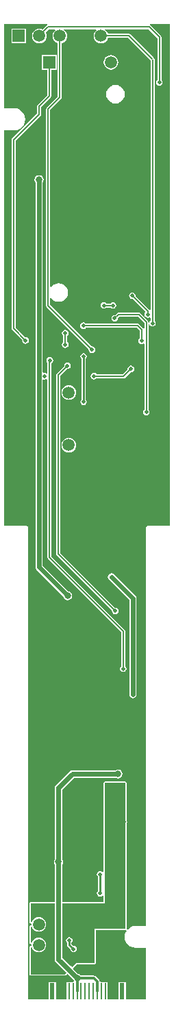
<source format=gbl>
%FSLAX25Y25*%
%MOIN*%
G70*
G01*
G75*
G04 Layer_Physical_Order=2*
G04 Layer_Color=16711680*
%ADD10R,0.03150X0.03543*%
%ADD11R,0.03150X0.03543*%
%ADD12R,0.03150X0.03937*%
%ADD13C,0.05906*%
%ADD14R,0.05118X0.15748*%
%ADD15R,0.03150X0.02559*%
%ADD16R,0.00787X0.02362*%
%ADD17R,0.00787X0.03150*%
%ADD18R,0.02362X0.00787*%
%ADD19R,0.03150X0.00787*%
%ADD20R,0.05118X0.05118*%
%ADD21R,0.05906X0.03937*%
%ADD22R,0.05906X0.12992*%
%ADD23R,0.01063X0.07874*%
%ADD24R,0.02362X0.07874*%
%ADD25R,0.02165X0.02559*%
%ADD26R,0.01575X0.03937*%
%ADD27R,0.02362X0.02756*%
%ADD28R,0.03937X0.01575*%
%ADD29R,0.01181X0.07874*%
%ADD30O,0.01181X0.07874*%
%ADD31R,0.02559X0.02165*%
%ADD32R,0.03543X0.03150*%
%ADD33R,0.03543X0.03150*%
%ADD34R,0.07874X0.10000*%
%ADD35R,0.02756X0.02362*%
%ADD36R,0.03937X0.03150*%
%ADD37C,0.00787*%
%ADD38C,0.01000*%
%ADD39C,0.01181*%
%ADD40C,0.02362*%
%ADD41C,0.03150*%
%ADD42C,0.01575*%
%ADD43R,0.05906X0.05906*%
%ADD44C,0.01969*%
%ADD45C,0.03150*%
G36*
X59963Y-370037D02*
X60000Y-370127D01*
Y-388292D01*
Y-389814D01*
Y-440998D01*
X59935D01*
X59873Y-441024D01*
X44961D01*
Y-441663D01*
X44961Y-441663D01*
X44961D01*
Y-457393D01*
X44923Y-457482D01*
X44833Y-457520D01*
X36102D01*
Y-457559D01*
X35954Y-457707D01*
X34197Y-459464D01*
X33197Y-458964D01*
X29287Y-455053D01*
Y-428504D01*
X50000D01*
Y-370127D01*
X50037Y-370037D01*
X50127Y-370000D01*
X59873D01*
X59963Y-370037D01*
D02*
G37*
G36*
X25674Y-455801D02*
X25811Y-456493D01*
X26203Y-457079D01*
X31393Y-462268D01*
X31143Y-462519D01*
X30680Y-462981D01*
X30463Y-463071D01*
X14104D01*
X14014Y-463034D01*
X13976Y-462944D01*
Y-450246D01*
X14378Y-449949D01*
X14562Y-450004D01*
X14795Y-450567D01*
X15363Y-451307D01*
X16103Y-451875D01*
X16965Y-452232D01*
X17890Y-452354D01*
X18815Y-452232D01*
X19677Y-451875D01*
X20417Y-451307D01*
X20985Y-450567D01*
X21342Y-449705D01*
X21464Y-448780D01*
X21342Y-447855D01*
X20985Y-446993D01*
X20417Y-446253D01*
X19677Y-445685D01*
X18815Y-445328D01*
X17890Y-445206D01*
X16965Y-445328D01*
X16103Y-445685D01*
X15363Y-446253D01*
X14795Y-446993D01*
X14562Y-447556D01*
X14378Y-447611D01*
X13976Y-447314D01*
Y-440246D01*
X14378Y-439949D01*
X14562Y-440004D01*
X14795Y-440567D01*
X15363Y-441307D01*
X16103Y-441875D01*
X16965Y-442232D01*
X17890Y-442354D01*
X18815Y-442232D01*
X19677Y-441875D01*
X20417Y-441307D01*
X20985Y-440567D01*
X21342Y-439705D01*
X21464Y-438780D01*
X21342Y-437855D01*
X20985Y-436993D01*
X20417Y-436253D01*
X19677Y-435685D01*
X18815Y-435328D01*
X17890Y-435206D01*
X16965Y-435328D01*
X16103Y-435685D01*
X15363Y-436253D01*
X14795Y-436993D01*
X14562Y-437556D01*
X14378Y-437611D01*
X13976Y-437314D01*
Y-428631D01*
X14014Y-428541D01*
X14104Y-428504D01*
X25674D01*
Y-455801D01*
D02*
G37*
G36*
X81674Y-245060D02*
X70866D01*
X70482Y-245136D01*
X70157Y-245354D01*
X69939Y-245679D01*
X69863Y-246063D01*
Y-439548D01*
X64961D01*
Y-439521D01*
X63573Y-439704D01*
X62280Y-440239D01*
X61170Y-441091D01*
X61113Y-441166D01*
X60639Y-441005D01*
Y-389814D01*
X60737Y-389668D01*
X60859Y-389053D01*
X60737Y-388439D01*
X60639Y-388292D01*
Y-370000D01*
X60452Y-369548D01*
X60000Y-369361D01*
X50000D01*
X49548Y-369548D01*
X49361Y-370000D01*
Y-413233D01*
X48882Y-413378D01*
X48812Y-413274D01*
X48292Y-412926D01*
X47677Y-412804D01*
X47063Y-412926D01*
X46542Y-413274D01*
X46194Y-413795D01*
X46071Y-414409D01*
X46194Y-415024D01*
X46542Y-415545D01*
X46565Y-415560D01*
Y-422471D01*
X46542Y-422487D01*
X46194Y-423008D01*
X46071Y-423622D01*
X46194Y-424236D01*
X46542Y-424757D01*
X47063Y-425105D01*
X47677Y-425228D01*
X48292Y-425105D01*
X48812Y-424757D01*
X48882Y-424653D01*
X49361Y-424798D01*
Y-427865D01*
X29287D01*
Y-409580D01*
X29520Y-409231D01*
X29688Y-408386D01*
X29520Y-407541D01*
X29287Y-407192D01*
Y-373110D01*
X34961Y-367436D01*
X55223D01*
X55572Y-367670D01*
X56417Y-367838D01*
X57262Y-367670D01*
X57978Y-367191D01*
X58457Y-366475D01*
X58625Y-365630D01*
X58457Y-364785D01*
X57978Y-364069D01*
X57262Y-363590D01*
X56417Y-363422D01*
X55572Y-363590D01*
X55223Y-363824D01*
X34213D01*
X33521Y-363961D01*
X32935Y-364353D01*
X26203Y-371085D01*
X25811Y-371671D01*
X25674Y-372362D01*
X25674Y-372362D01*
X25674D01*
X25674Y-372362D01*
X25674D01*
Y-407192D01*
X25441Y-407541D01*
X25273Y-408386D01*
X25441Y-409231D01*
X25674Y-409580D01*
Y-427865D01*
X13976D01*
X13524Y-428052D01*
X13337Y-428504D01*
Y-437688D01*
X13408Y-437860D01*
X13445Y-438043D01*
X13499Y-438079D01*
X13524Y-438140D01*
X13697Y-438211D01*
X13852Y-438315D01*
X14342Y-438412D01*
X14362Y-438431D01*
X14316Y-438780D01*
X14362Y-439129D01*
X14342Y-439148D01*
X13852Y-439245D01*
X13697Y-439349D01*
X13524Y-439420D01*
X13499Y-439481D01*
X13445Y-439517D01*
X13408Y-439700D01*
X13337Y-439872D01*
Y-447688D01*
X13408Y-447860D01*
X13445Y-448043D01*
X13499Y-448079D01*
X13524Y-448140D01*
X13697Y-448211D01*
X13852Y-448315D01*
X14342Y-448412D01*
X14362Y-448431D01*
X14316Y-448780D01*
X14362Y-449129D01*
X14342Y-449148D01*
X13852Y-449245D01*
X13697Y-449349D01*
X13524Y-449420D01*
X13499Y-449481D01*
X13445Y-449517D01*
X13408Y-449700D01*
X13337Y-449872D01*
Y-463071D01*
X13524Y-463523D01*
X13976Y-463710D01*
X30591D01*
X31043Y-463523D01*
X31595Y-462971D01*
X32095Y-462970D01*
X34439Y-465315D01*
X34521Y-465727D01*
X34952Y-466371D01*
X34716Y-466812D01*
X31450D01*
Y-475375D01*
X26194D01*
Y-466812D01*
X22650D01*
Y-475375D01*
X12815D01*
Y-246063D01*
X12738Y-245679D01*
X12521Y-245354D01*
X12195Y-245136D01*
X11811Y-245060D01*
X1003D01*
Y-52578D01*
X5906D01*
Y-52605D01*
X7293Y-52422D01*
X8586Y-51887D01*
X9696Y-51035D01*
X10548Y-49924D01*
X11084Y-48632D01*
X11266Y-47244D01*
X11084Y-45857D01*
X10548Y-44564D01*
X9696Y-43453D01*
X8586Y-42601D01*
X7293Y-42066D01*
X5906Y-41883D01*
Y-41910D01*
X1003D01*
Y-1003D01*
X21868D01*
X22013Y-1482D01*
X21699Y-1692D01*
X19818Y-3572D01*
X19035Y-3248D01*
X18110Y-3126D01*
X17185Y-3248D01*
X16323Y-3605D01*
X15583Y-4173D01*
X15015Y-4913D01*
X14658Y-5775D01*
X14536Y-6700D01*
X14658Y-7625D01*
X15015Y-8487D01*
X15583Y-9227D01*
X16323Y-9795D01*
X17185Y-10152D01*
X18110Y-10274D01*
X19035Y-10152D01*
X19897Y-9795D01*
X20637Y-9227D01*
X21205Y-8487D01*
X21562Y-7625D01*
X21684Y-6700D01*
X21562Y-5775D01*
X21238Y-4992D01*
X22824Y-3405D01*
X25806D01*
X25967Y-3879D01*
X25583Y-4173D01*
X25015Y-4913D01*
X24658Y-5775D01*
X24536Y-6700D01*
X24658Y-7625D01*
X25015Y-8487D01*
X25583Y-9227D01*
X26323Y-9795D01*
X27106Y-10120D01*
Y-36081D01*
X21731Y-41456D01*
X21514Y-41781D01*
X21437Y-42165D01*
Y-137992D01*
X21437Y-137992D01*
X21437D01*
X21514Y-138376D01*
X21731Y-138702D01*
X42165Y-159136D01*
X42134Y-159291D01*
X42257Y-159906D01*
X42605Y-160427D01*
X43126Y-160775D01*
X43740Y-160897D01*
X44355Y-160775D01*
X44875Y-160427D01*
X45224Y-159906D01*
X45346Y-159291D01*
X45224Y-158677D01*
X44875Y-158156D01*
X44355Y-157808D01*
X43740Y-157686D01*
X43585Y-157717D01*
X23445Y-137576D01*
Y-134349D01*
X23918Y-134188D01*
X24330Y-134725D01*
X25276Y-135451D01*
X26377Y-135907D01*
X27559Y-136063D01*
X28741Y-135907D01*
X29842Y-135451D01*
X30788Y-134725D01*
X31514Y-133779D01*
X31970Y-132678D01*
X32126Y-131496D01*
X31970Y-130314D01*
X31514Y-129213D01*
X30788Y-128267D01*
X29842Y-127541D01*
X28741Y-127085D01*
X27559Y-126929D01*
X26377Y-127085D01*
X25276Y-127541D01*
X24330Y-128267D01*
X23918Y-128804D01*
X23445Y-128643D01*
Y-42581D01*
X28820Y-37206D01*
X29037Y-36880D01*
X29050Y-36817D01*
X29114Y-36496D01*
Y-10120D01*
X29897Y-9795D01*
X30637Y-9227D01*
X31205Y-8487D01*
X31562Y-7625D01*
X31684Y-6700D01*
X31562Y-5775D01*
X31205Y-4913D01*
X30637Y-4173D01*
X29897Y-3605D01*
X29937Y-3405D01*
X45806D01*
X45967Y-3879D01*
X45583Y-4173D01*
X45015Y-4913D01*
X44658Y-5775D01*
X44536Y-6700D01*
X44658Y-7625D01*
X45015Y-8487D01*
X45583Y-9227D01*
X46323Y-9795D01*
X47185Y-10152D01*
X48110Y-10274D01*
X49035Y-10152D01*
X49897Y-9795D01*
X50637Y-9227D01*
X51205Y-8487D01*
X51530Y-7704D01*
X61358D01*
X72185Y-18531D01*
Y-139854D01*
X71707Y-139999D01*
X71654Y-139920D01*
X64921Y-133187D01*
X64952Y-133031D01*
X64830Y-132417D01*
X64482Y-131896D01*
X63961Y-131548D01*
X63346Y-131426D01*
X62732Y-131548D01*
X62211Y-131896D01*
X61863Y-132417D01*
X61741Y-133031D01*
X61863Y-133646D01*
X62211Y-134167D01*
X62732Y-134515D01*
X63346Y-134637D01*
X63502Y-134606D01*
X69823Y-140928D01*
X69810Y-141069D01*
X69462Y-141590D01*
X69339Y-142205D01*
X69462Y-142819D01*
X69810Y-143340D01*
X70330Y-143688D01*
X70945Y-143810D01*
X71559Y-143688D01*
X71745Y-143564D01*
X72185Y-143800D01*
Y-145233D01*
X72054Y-145321D01*
X71706Y-145842D01*
X71659Y-146078D01*
X71161Y-146029D01*
Y-145866D01*
X71085Y-145482D01*
X71012Y-145374D01*
X70867Y-145157D01*
X67284Y-141574D01*
X66959Y-141356D01*
X66575Y-141280D01*
X56539D01*
X56156Y-141356D01*
X55830Y-141574D01*
X54961Y-142443D01*
X54805Y-142412D01*
X54191Y-142534D01*
X53670Y-142882D01*
X53322Y-143403D01*
X53199Y-144018D01*
X53322Y-144632D01*
X53670Y-145153D01*
X54191Y-145501D01*
X54805Y-145624D01*
X55420Y-145501D01*
X55941Y-145153D01*
X56289Y-144632D01*
X56411Y-144018D01*
X56380Y-143862D01*
X56955Y-143287D01*
X66159D01*
X69154Y-146282D01*
Y-148870D01*
X68676Y-149015D01*
X68623Y-148936D01*
X66615Y-146928D01*
X66290Y-146711D01*
X65905Y-146634D01*
X40790D01*
X40702Y-146502D01*
X40181Y-146154D01*
X39567Y-146032D01*
X38952Y-146154D01*
X38432Y-146502D01*
X38083Y-147023D01*
X37961Y-147638D01*
X38083Y-148252D01*
X38432Y-148773D01*
X38952Y-149121D01*
X39567Y-149243D01*
X40181Y-149121D01*
X40702Y-148773D01*
X40790Y-148641D01*
X65490D01*
X66910Y-150061D01*
Y-153698D01*
X66778Y-153786D01*
X66430Y-154307D01*
X66308Y-154921D01*
X66430Y-155536D01*
X66778Y-156057D01*
X67299Y-156405D01*
X67913Y-156527D01*
X68528Y-156405D01*
X68713Y-156281D01*
X69154Y-156517D01*
Y-188464D01*
X69022Y-188552D01*
X68674Y-189073D01*
X68552Y-189688D01*
X68674Y-190302D01*
X69022Y-190823D01*
X69543Y-191171D01*
X70157Y-191293D01*
X70772Y-191171D01*
X71293Y-190823D01*
X71641Y-190302D01*
X71763Y-189688D01*
X71641Y-189073D01*
X71293Y-188552D01*
X71161Y-188464D01*
Y-146884D01*
X71659Y-146835D01*
X71706Y-147071D01*
X72054Y-147592D01*
X72575Y-147940D01*
X73189Y-148062D01*
X73803Y-147940D01*
X74324Y-147592D01*
X74672Y-147071D01*
X74795Y-146457D01*
X74672Y-145842D01*
X74324Y-145321D01*
X74193Y-145233D01*
Y-18115D01*
X74116Y-17731D01*
X73899Y-17405D01*
X73767Y-17318D01*
X73680Y-17187D01*
X62484Y-5990D01*
X62158Y-5773D01*
X61774Y-5697D01*
X51530D01*
X51205Y-4913D01*
X50637Y-4173D01*
X49897Y-3605D01*
X49937Y-3405D01*
X71120D01*
X75532Y-7817D01*
Y-28107D01*
X75400Y-28195D01*
X75052Y-28716D01*
X74930Y-29331D01*
X75052Y-29945D01*
X75400Y-30466D01*
X75921Y-30814D01*
X76535Y-30936D01*
X77150Y-30814D01*
X77671Y-30466D01*
X78019Y-29945D01*
X78141Y-29331D01*
X78019Y-28716D01*
X77671Y-28195D01*
X77539Y-28107D01*
Y-7402D01*
X77463Y-7017D01*
X77245Y-6692D01*
X72245Y-1692D01*
X71931Y-1482D01*
X72076Y-1003D01*
X81674D01*
Y-245060D01*
D02*
G37*
G36*
X60484Y-441985D02*
X60318Y-442202D01*
X59782Y-443495D01*
X59600Y-444882D01*
X59782Y-446270D01*
X60318Y-447563D01*
X61170Y-448673D01*
X62280Y-449525D01*
X63573Y-450060D01*
X64961Y-450243D01*
Y-450216D01*
X69863D01*
Y-475375D01*
X60210D01*
Y-466812D01*
X56666D01*
Y-475375D01*
X51410D01*
Y-466812D01*
X48673D01*
X47556Y-466589D01*
X47464Y-466128D01*
X47203Y-465737D01*
X47203Y-465737D01*
X45496Y-464030D01*
X45105Y-463769D01*
X44644Y-463678D01*
X44644Y-463678D01*
X38360D01*
X38122Y-463321D01*
X37406Y-462842D01*
X36994Y-462760D01*
X34649Y-460416D01*
Y-459916D01*
X36406Y-458159D01*
X44961D01*
X45413Y-457972D01*
X45600Y-457520D01*
Y-441663D01*
X60000D01*
X60180Y-441588D01*
X60484Y-441985D01*
D02*
G37*
%LPC*%
G36*
X32452Y-202091D02*
X31527Y-202213D01*
X30665Y-202570D01*
X29925Y-203138D01*
X29357Y-203878D01*
X29000Y-204740D01*
X28878Y-205665D01*
X29000Y-206590D01*
X29357Y-207452D01*
X29925Y-208192D01*
X30665Y-208760D01*
X31527Y-209117D01*
X32452Y-209239D01*
X33377Y-209117D01*
X34239Y-208760D01*
X34979Y-208192D01*
X35547Y-207452D01*
X35904Y-206590D01*
X36026Y-205665D01*
X35904Y-204740D01*
X35547Y-203878D01*
X34979Y-203138D01*
X34239Y-202570D01*
X33377Y-202213D01*
X32452Y-202091D01*
D02*
G37*
G36*
X39646Y-160953D02*
X39031Y-161076D01*
X38510Y-161424D01*
X38162Y-161945D01*
X38040Y-162559D01*
X38162Y-163173D01*
X38510Y-163694D01*
X38534Y-163710D01*
Y-183534D01*
X38510Y-183550D01*
X38162Y-184071D01*
X38040Y-184685D01*
X38162Y-185300D01*
X38510Y-185820D01*
X39031Y-186169D01*
X39646Y-186291D01*
X40260Y-186169D01*
X40781Y-185820D01*
X41129Y-185300D01*
X41251Y-184685D01*
X41129Y-184071D01*
X40781Y-183550D01*
X40758Y-183534D01*
Y-163710D01*
X40781Y-163694D01*
X41129Y-163173D01*
X41251Y-162559D01*
X41129Y-161945D01*
X40781Y-161424D01*
X40260Y-161076D01*
X39646Y-160953D01*
D02*
G37*
G36*
X53236Y-268044D02*
X52545Y-268181D01*
X51959Y-268573D01*
X51567Y-269159D01*
X51429Y-269850D01*
X51567Y-270541D01*
X51959Y-271127D01*
X61855Y-281024D01*
Y-326969D01*
X61993Y-327660D01*
X62384Y-328246D01*
X62970Y-328637D01*
X63661Y-328775D01*
X64353Y-328637D01*
X64939Y-328246D01*
X65330Y-327660D01*
X65468Y-326969D01*
Y-280276D01*
X65468Y-280276D01*
Y-280276D01*
X65468D01*
X65468Y-280276D01*
D01*
D01*
D01*
D01*
X65468Y-280276D01*
D01*
X65330Y-279584D01*
X64939Y-278998D01*
X54513Y-268573D01*
X53927Y-268181D01*
X53236Y-268044D01*
D02*
G37*
G36*
X32677Y-444969D02*
X32063Y-445091D01*
X31542Y-445439D01*
X31194Y-445960D01*
X31071Y-446575D01*
X31194Y-447189D01*
X31542Y-447710D01*
X31565Y-447726D01*
Y-448647D01*
X31565Y-448647D01*
X31650Y-449072D01*
X31891Y-449433D01*
X33210Y-450752D01*
X33205Y-450780D01*
X33327Y-451395D01*
X33675Y-451915D01*
X34196Y-452263D01*
X34811Y-452386D01*
X35425Y-452263D01*
X35946Y-451915D01*
X36294Y-451395D01*
X36416Y-450780D01*
X36294Y-450166D01*
X35946Y-449645D01*
X35425Y-449297D01*
X34811Y-449174D01*
X34783Y-449180D01*
X33789Y-448186D01*
Y-447726D01*
X33812Y-447710D01*
X34161Y-447189D01*
X34283Y-446575D01*
X34161Y-445960D01*
X33812Y-445439D01*
X33292Y-445091D01*
X32677Y-444969D01*
D02*
G37*
G36*
X17992Y-74406D02*
X17147Y-74575D01*
X16431Y-75053D01*
X15952Y-75769D01*
X15784Y-76614D01*
X15952Y-77459D01*
X16186Y-77808D01*
Y-265015D01*
X16186Y-265015D01*
X16186D01*
X16323Y-265706D01*
X16715Y-266292D01*
X29761Y-279338D01*
X29843Y-279750D01*
X30321Y-280466D01*
X31037Y-280945D01*
X31882Y-281113D01*
X32727Y-280945D01*
X33443Y-280466D01*
X33922Y-279750D01*
X34090Y-278905D01*
X33922Y-278060D01*
X33443Y-277344D01*
X32727Y-276865D01*
X32315Y-276783D01*
X19798Y-264267D01*
Y-174007D01*
X20185Y-173690D01*
X20787Y-173810D01*
X21402Y-173688D01*
X21666Y-173512D01*
X22107Y-173747D01*
Y-260276D01*
X22107Y-260276D01*
X22107D01*
X22183Y-260660D01*
X22401Y-260985D01*
X57954Y-296539D01*
Y-313205D01*
X57822Y-313293D01*
X57474Y-313814D01*
X57352Y-314428D01*
X57474Y-315042D01*
X57822Y-315563D01*
X58343Y-315912D01*
X58958Y-316034D01*
X59572Y-315912D01*
X60093Y-315563D01*
X60441Y-315042D01*
X60563Y-314428D01*
X60441Y-313814D01*
X60093Y-313293D01*
X59961Y-313205D01*
Y-296123D01*
X59885Y-295739D01*
X59667Y-295413D01*
X24114Y-259860D01*
Y-165856D01*
X24403Y-165663D01*
X24751Y-165142D01*
X24873Y-164528D01*
X24751Y-163913D01*
X24403Y-163392D01*
X23882Y-163044D01*
X23268Y-162922D01*
X22653Y-163044D01*
X22132Y-163392D01*
X21784Y-163913D01*
X21662Y-164528D01*
X21784Y-165142D01*
X22107Y-165625D01*
Y-170662D01*
X21666Y-170897D01*
X21402Y-170721D01*
X20787Y-170599D01*
X20185Y-170719D01*
X19798Y-170401D01*
Y-77808D01*
X20032Y-77459D01*
X20200Y-76614D01*
X20032Y-75769D01*
X19553Y-75053D01*
X18837Y-74575D01*
X17992Y-74406D01*
D02*
G37*
G36*
X32452Y-176501D02*
X31527Y-176623D01*
X30665Y-176980D01*
X29925Y-177548D01*
X29357Y-178288D01*
X29000Y-179150D01*
X28878Y-180075D01*
X29000Y-181000D01*
X29357Y-181862D01*
X29925Y-182602D01*
X30665Y-183170D01*
X31527Y-183527D01*
X32452Y-183649D01*
X33377Y-183527D01*
X34239Y-183170D01*
X34979Y-182602D01*
X35547Y-181862D01*
X35904Y-181000D01*
X36026Y-180075D01*
X35904Y-179150D01*
X35547Y-178288D01*
X34979Y-177548D01*
X34239Y-176980D01*
X33377Y-176623D01*
X32452Y-176501D01*
D02*
G37*
G36*
X55118Y-30473D02*
X53936Y-30628D01*
X52835Y-31085D01*
X51889Y-31810D01*
X51163Y-32756D01*
X50707Y-33858D01*
X50551Y-35039D01*
X50707Y-36221D01*
X51163Y-37323D01*
X51889Y-38269D01*
X52835Y-38994D01*
X53936Y-39450D01*
X55118Y-39606D01*
X56300Y-39450D01*
X57402Y-38994D01*
X58347Y-38269D01*
X59073Y-37323D01*
X59529Y-36221D01*
X59685Y-35039D01*
X59529Y-33858D01*
X59073Y-32756D01*
X58347Y-31810D01*
X57402Y-31085D01*
X56300Y-30628D01*
X55118Y-30473D01*
D02*
G37*
G36*
X26493Y-15997D02*
X19407D01*
Y-23083D01*
X21947D01*
Y-35453D01*
X17243Y-40156D01*
X17026Y-40482D01*
X16949Y-40866D01*
Y-44506D01*
X4802Y-56653D01*
X4585Y-56978D01*
X4508Y-57362D01*
Y-148937D01*
X4508Y-148937D01*
X4508D01*
X4585Y-149321D01*
X4802Y-149647D01*
X9843Y-154687D01*
X9812Y-154842D01*
X9934Y-155457D01*
X10282Y-155978D01*
X10803Y-156326D01*
X11417Y-156448D01*
X12032Y-156326D01*
X12553Y-155978D01*
X12901Y-155457D01*
X13023Y-154842D01*
X12901Y-154228D01*
X12553Y-153707D01*
X12032Y-153359D01*
X11417Y-153237D01*
X11262Y-153268D01*
X6515Y-148521D01*
Y-57778D01*
X18662Y-45631D01*
X18880Y-45305D01*
X18956Y-44921D01*
D01*
D01*
D01*
D01*
D01*
X18956D01*
D01*
D01*
D01*
D01*
Y-44921D01*
X18956D01*
D01*
Y-44921D01*
D01*
D01*
D01*
D01*
D01*
D01*
D01*
D01*
D01*
D01*
D01*
D01*
Y-44921D01*
D01*
X18956D01*
D01*
D01*
D01*
D01*
X18956Y-44921D01*
Y-41282D01*
X23660Y-36579D01*
X23805Y-36361D01*
X23877Y-36253D01*
X23954Y-35869D01*
Y-23083D01*
X26493D01*
Y-15997D01*
D02*
G37*
G36*
X11653Y-3157D02*
X4567D01*
Y-10243D01*
X11653D01*
Y-3157D01*
D02*
G37*
G36*
X52950Y-15966D02*
X52025Y-16088D01*
X51163Y-16445D01*
X50423Y-17013D01*
X49855Y-17753D01*
X49498Y-18615D01*
X49376Y-19540D01*
X49498Y-20465D01*
X49855Y-21327D01*
X50423Y-22067D01*
X51163Y-22635D01*
X52025Y-22992D01*
X52950Y-23114D01*
X53875Y-22992D01*
X54737Y-22635D01*
X55477Y-22067D01*
X56045Y-21327D01*
X56402Y-20465D01*
X56524Y-19540D01*
X56402Y-18615D01*
X56045Y-17753D01*
X55477Y-17013D01*
X54737Y-16445D01*
X53875Y-16088D01*
X52950Y-15966D01*
D02*
G37*
G36*
X31811Y-165520D02*
X31197Y-165643D01*
X30676Y-165991D01*
X30328Y-166511D01*
X30205Y-167126D01*
X30236Y-167281D01*
X26613Y-170905D01*
X26396Y-171230D01*
X26319Y-171614D01*
Y-258622D01*
X26319Y-258622D01*
X26319D01*
X26396Y-259006D01*
X26613Y-259332D01*
X53504Y-286222D01*
X53473Y-286378D01*
X53595Y-286992D01*
X53943Y-287513D01*
X54464Y-287861D01*
X55079Y-287984D01*
X55693Y-287861D01*
X56214Y-287513D01*
X56562Y-286992D01*
X56684Y-286378D01*
X56562Y-285764D01*
X56214Y-285243D01*
X55693Y-284894D01*
X55079Y-284772D01*
X54923Y-284803D01*
X28326Y-258206D01*
Y-172030D01*
X31655Y-168701D01*
X31811Y-168732D01*
X32425Y-168609D01*
X32946Y-168261D01*
X33294Y-167740D01*
X33417Y-167126D01*
X33294Y-166511D01*
X32946Y-165991D01*
X32425Y-165643D01*
X31811Y-165520D01*
D02*
G37*
G36*
X62677Y-167056D02*
X62063Y-167178D01*
X61542Y-167526D01*
X61194Y-168047D01*
X61071Y-168661D01*
X61102Y-168817D01*
X58718Y-171201D01*
X45908D01*
X45820Y-171069D01*
X45300Y-170721D01*
X44685Y-170599D01*
X44071Y-170721D01*
X43550Y-171069D01*
X43202Y-171590D01*
X43079Y-172205D01*
X43202Y-172819D01*
X43550Y-173340D01*
X44071Y-173688D01*
X44685Y-173810D01*
X45300Y-173688D01*
X45820Y-173340D01*
X45908Y-173208D01*
X59134D01*
X59518Y-173132D01*
X59843Y-172914D01*
X62522Y-170236D01*
X62677Y-170267D01*
X63292Y-170145D01*
X63813Y-169797D01*
X64161Y-169276D01*
X64283Y-168661D01*
X64161Y-168047D01*
X63813Y-167526D01*
X63292Y-167178D01*
X62677Y-167056D01*
D02*
G37*
G36*
X53980Y-136147D02*
X53366Y-136269D01*
X52845Y-136617D01*
X52757Y-136749D01*
X50715D01*
X50627Y-136617D01*
X50106Y-136269D01*
X49492Y-136147D01*
X48877Y-136269D01*
X48357Y-136617D01*
X48008Y-137138D01*
X47886Y-137752D01*
X48008Y-138367D01*
X48357Y-138888D01*
X48877Y-139236D01*
X49492Y-139358D01*
X50106Y-139236D01*
X50627Y-138888D01*
X50715Y-138756D01*
X52757D01*
X52845Y-138888D01*
X53366Y-139236D01*
X53980Y-139358D01*
X54595Y-139236D01*
X55115Y-138888D01*
X55463Y-138367D01*
X55586Y-137752D01*
X55463Y-137138D01*
X55115Y-136617D01*
X54595Y-136269D01*
X53980Y-136147D01*
D02*
G37*
G36*
X30709Y-149654D02*
X30094Y-149776D01*
X29573Y-150124D01*
X29225Y-150645D01*
X29103Y-151260D01*
X29225Y-151874D01*
X29573Y-152395D01*
X29705Y-152483D01*
Y-155627D01*
X29573Y-155715D01*
X29225Y-156236D01*
X29103Y-156850D01*
X29225Y-157465D01*
X29573Y-157985D01*
X30094Y-158334D01*
X30709Y-158456D01*
X31323Y-158334D01*
X31844Y-157985D01*
X32192Y-157465D01*
X32314Y-156850D01*
X32192Y-156236D01*
X31844Y-155715D01*
X31712Y-155627D01*
Y-152483D01*
X31844Y-152395D01*
X32192Y-151874D01*
X32314Y-151260D01*
X32192Y-150645D01*
X31844Y-150124D01*
X31323Y-149776D01*
X30709Y-149654D01*
D02*
G37*
%LPD*%
D13*
X50168Y-180075D02*
D03*
X32452D02*
D03*
X50168Y-205665D02*
D03*
X32452D02*
D03*
X52950Y-19540D02*
D03*
X42950D02*
D03*
X32950D02*
D03*
X48110Y-6700D02*
D03*
X38110D02*
D03*
X28110D02*
D03*
X18110D02*
D03*
X17890Y-458780D02*
D03*
Y-448780D02*
D03*
Y-438780D02*
D03*
D23*
X30603Y-471340D02*
D03*
X32572D02*
D03*
X34540D02*
D03*
X36509D02*
D03*
X38477D02*
D03*
X40446D02*
D03*
X52257D02*
D03*
X50288D02*
D03*
X48320D02*
D03*
X46351D02*
D03*
X44383D02*
D03*
X42414D02*
D03*
D24*
X24422D02*
D03*
X58438D02*
D03*
D37*
X39567Y-147638D02*
X65905D01*
X67913Y-149646D01*
Y-154921D02*
Y-149646D01*
X30709Y-156850D02*
Y-151260D01*
X30709Y-151260D02*
X30709Y-151260D01*
X30709Y-156850D02*
X30709Y-156850D01*
X20512Y-171929D02*
X20787Y-172204D01*
X49492Y-137752D02*
X53980D01*
X63346Y-133031D02*
X70945Y-140630D01*
Y-142205D02*
Y-140630D01*
X44685Y-172205D02*
X59134D01*
X62677Y-168661D01*
X48110Y-6700D02*
X61774D01*
X72970Y-17896D01*
X18110Y-6700D02*
X22408Y-2402D01*
X71535D01*
X76535Y-7402D01*
Y-29331D02*
Y-7402D01*
X54805Y-144018D02*
X56539Y-142283D01*
X5512Y-148937D02*
X11417Y-154842D01*
X5512Y-148937D02*
Y-57362D01*
X17953Y-44921D01*
Y-40866D01*
X22950Y-35869D01*
Y-19540D01*
X28110Y-36496D02*
Y-6700D01*
X22441Y-42165D02*
X28110Y-36496D01*
X22441Y-137992D02*
Y-42165D01*
Y-137992D02*
X43740Y-159291D01*
X23268Y-165157D02*
Y-164528D01*
X23110Y-260276D02*
Y-165315D01*
Y-260276D02*
X58958Y-296123D01*
Y-314428D02*
Y-296123D01*
X66575Y-142283D02*
X70157Y-145866D01*
Y-189688D02*
Y-145866D01*
X56539Y-142283D02*
X66575D01*
X27323Y-171614D02*
X31811Y-167126D01*
X27323Y-258622D02*
X55079Y-286378D01*
X27323Y-258622D02*
Y-171614D01*
X73189Y-146457D02*
Y-18115D01*
D38*
X39646Y-184685D02*
Y-162559D01*
X32677Y-448647D02*
X34811Y-450780D01*
X32677Y-448647D02*
Y-446575D01*
X47677Y-423622D02*
Y-414409D01*
D39*
X36509Y-471340D02*
Y-464934D01*
X36561Y-464882D02*
X44644D01*
X46351Y-466589D01*
Y-471340D02*
Y-466589D01*
D40*
X17992Y-265015D02*
Y-76614D01*
Y-265015D02*
X31882Y-278905D01*
X63661Y-326969D02*
Y-280276D01*
X53236Y-269850D02*
X63661Y-280276D01*
X27480Y-455801D02*
Y-408386D01*
Y-455801D02*
X36561Y-464882D01*
X55630Y-365630D02*
X56417D01*
X27480Y-408386D02*
Y-372362D01*
X34213Y-365630D01*
X56417D01*
D43*
X22950Y-19540D02*
D03*
X8110Y-6700D02*
D03*
D44*
X39567Y-147638D02*
D03*
X67913Y-154921D02*
D03*
X30709Y-151260D02*
D03*
Y-156850D02*
D03*
X20787Y-172204D02*
D03*
X49492Y-137752D02*
D03*
X53980D02*
D03*
X63346Y-133031D02*
D03*
X44685Y-172205D02*
D03*
X62677Y-168661D02*
D03*
X70945Y-142205D02*
D03*
X73189Y-146457D02*
D03*
X76535Y-29331D02*
D03*
X54805Y-144018D02*
D03*
X11417Y-154842D02*
D03*
X43740Y-159291D02*
D03*
X23268Y-164528D02*
D03*
X58958Y-314428D02*
D03*
X70157Y-189688D02*
D03*
X39646Y-162559D02*
D03*
Y-184685D02*
D03*
X31811Y-167126D02*
D03*
X55079Y-286378D02*
D03*
X63661Y-326969D02*
D03*
X53236Y-269850D02*
D03*
X56653Y-424173D02*
D03*
X56693Y-386575D02*
D03*
X59254Y-389053D02*
D03*
X34811Y-450780D02*
D03*
X32677Y-446575D02*
D03*
X2441Y-15827D02*
D03*
X3268Y-25197D02*
D03*
X4646Y-39724D02*
D03*
X65630Y-27913D02*
D03*
X63858Y-14724D02*
D03*
X72795Y-9724D02*
D03*
X80551Y-17953D02*
D03*
X63543Y-60315D02*
D03*
X62047Y-82677D02*
D03*
X65039Y-106063D02*
D03*
X10748Y-113504D02*
D03*
X4331Y-157992D02*
D03*
X77598Y-227165D02*
D03*
X62520Y-214134D02*
D03*
X42323Y-213307D02*
D03*
X66654Y-166299D02*
D03*
X36063Y-129449D02*
D03*
X48661Y-262441D02*
D03*
X20787Y-277913D02*
D03*
X33150Y-274252D02*
D03*
X45709Y-290354D02*
D03*
X67559Y-338976D02*
D03*
X67874Y-309842D02*
D03*
X62638Y-457087D02*
D03*
X66850Y-457126D02*
D03*
X58701D02*
D03*
X66850Y-461299D02*
D03*
X51575Y-313228D02*
D03*
X47638Y-354803D02*
D03*
Y-360591D02*
D03*
X35315Y-357441D02*
D03*
X35197Y-371024D02*
D03*
X36575Y-388583D02*
D03*
X14528Y-396260D02*
D03*
X15512Y-410000D02*
D03*
X32795Y-409449D02*
D03*
X38819Y-420079D02*
D03*
Y-424764D02*
D03*
X43780Y-420039D02*
D03*
Y-424882D02*
D03*
X35827Y-158425D02*
D03*
X45984Y-150472D02*
D03*
X72874Y-152874D02*
D03*
X49213Y-144803D02*
D03*
X64803Y-178819D02*
D03*
X47677Y-423622D02*
D03*
Y-414409D02*
D03*
X55039Y-155039D02*
D03*
X57717D02*
D03*
X55039Y-157598D02*
D03*
X57717D02*
D03*
D45*
X17992Y-76614D02*
D03*
X31882Y-278905D02*
D03*
X56417Y-365630D02*
D03*
X27480Y-408386D02*
D03*
X36561Y-464882D02*
D03*
X47874Y-430669D02*
D03*
X43465Y-433898D02*
D03*
X46968Y-390905D02*
D03*
Y-409410D02*
D03*
Y-401260D02*
D03*
X67165Y-366890D02*
D03*
X45039Y-370590D02*
D03*
Y-375630D02*
D03*
Y-381535D02*
D03*
X62283Y-366890D02*
D03*
X46968Y-396339D02*
D03*
X32323Y-417165D02*
D03*
X32047Y-424409D02*
D03*
X40748Y-415827D02*
D03*
X15236Y-413858D02*
D03*
X19961Y-385472D02*
D03*
X20039Y-365197D02*
D03*
X27441Y-365118D02*
D03*
X19331Y-287638D02*
D03*
X30158Y-288032D02*
D03*
X19331Y-297520D02*
D03*
X30158D02*
D03*
X19331Y-305827D02*
D03*
X30158Y-305472D02*
D03*
X19331Y-314449D02*
D03*
X30158Y-314370D02*
D03*
X38937Y-461417D02*
D03*
X39567Y-430945D02*
D03*
M02*

</source>
